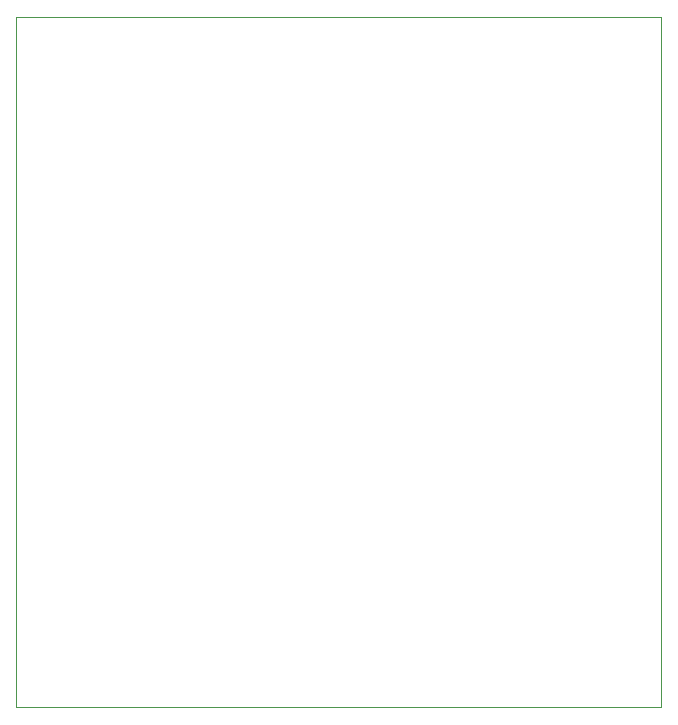
<source format=gm1>
%TF.GenerationSoftware,KiCad,Pcbnew,9.0.2+1*%
%TF.CreationDate,2025-07-21T21:44:21+09:00*%
%TF.ProjectId,romext-2364,726f6d65-7874-42d3-9233-36342e6b6963,1-2*%
%TF.SameCoordinates,Original*%
%TF.FileFunction,Profile,NP*%
%FSLAX46Y46*%
G04 Gerber Fmt 4.6, Leading zero omitted, Abs format (unit mm)*
G04 Created by KiCad (PCBNEW 9.0.2+1) date 2025-07-21 21:44:21*
%MOMM*%
%LPD*%
G01*
G04 APERTURE LIST*
%TA.AperFunction,Profile*%
%ADD10C,0.050000*%
%TD*%
G04 APERTURE END LIST*
D10*
X99060000Y-35560000D02*
X153670000Y-35560000D01*
X153670000Y-93980000D01*
X99060000Y-93980000D01*
X99060000Y-35560000D01*
M02*

</source>
